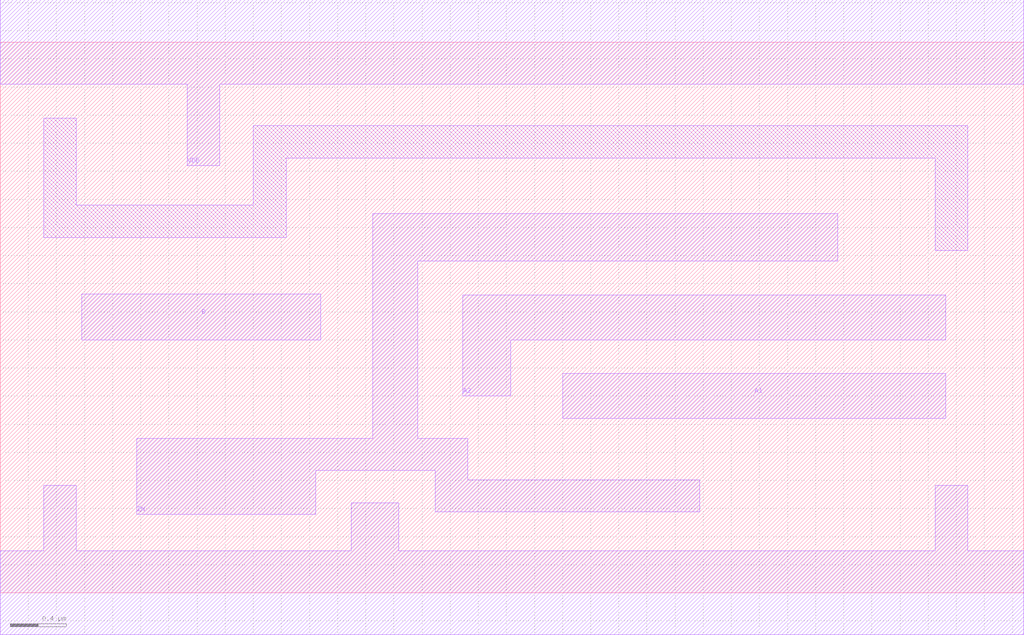
<source format=lef>
# Copyright 2022 GlobalFoundries PDK Authors
#
# Licensed under the Apache License, Version 2.0 (the "License");
# you may not use this file except in compliance with the License.
# You may obtain a copy of the License at
#
#      http://www.apache.org/licenses/LICENSE-2.0
#
# Unless required by applicable law or agreed to in writing, software
# distributed under the License is distributed on an "AS IS" BASIS,
# WITHOUT WARRANTIES OR CONDITIONS OF ANY KIND, either express or implied.
# See the License for the specific language governing permissions and
# limitations under the License.

MACRO gf180mcu_fd_sc_mcu7t5v0__aoi21_2
  CLASS core ;
  FOREIGN gf180mcu_fd_sc_mcu7t5v0__aoi21_2 0.0 0.0 ;
  ORIGIN 0 0 ;
  SYMMETRY X Y ;
  SITE GF018hv5v_mcu_sc7 ;
  SIZE 7.28 BY 3.92 ;
  PIN A1
    DIRECTION INPUT ;
    ANTENNAGATEAREA 2.145 ;
    PORT
      LAYER METAL1 ;
        POLYGON 4 1.24 6.725 1.24 6.725 1.56 4 1.56  ;
    END
  END A1
  PIN A2
    DIRECTION INPUT ;
    ANTENNAGATEAREA 2.145 ;
    PORT
      LAYER METAL1 ;
        POLYGON 3.29 1.4 3.63 1.4 3.63 1.8 6.725 1.8 6.725 2.12 3.29 2.12  ;
    END
  END A2
  PIN B
    DIRECTION INPUT ;
    ANTENNAGATEAREA 1.893 ;
    PORT
      LAYER METAL1 ;
        POLYGON 0.58 1.8 2.28 1.8 2.28 2.125 0.58 2.125  ;
    END
  END B
  PIN ZN
    DIRECTION OUTPUT ;
    ANTENNADIFFAREA 2.0819 ;
    PORT
      LAYER METAL1 ;
        POLYGON 2.97 2.36 5.955 2.36 5.955 2.7 2.65 2.7 2.65 1.1 0.97 1.1 0.97 0.56 2.245 0.56 2.245 0.87 3.095 0.87 3.095 0.575 4.975 0.575 4.975 0.805 3.325 0.805 3.325 1.1 2.97 1.1  ;
    END
  END ZN
  PIN VDD
    DIRECTION INOUT ;
    USE power ;
    SHAPE ABUTMENT ;
    PORT
      LAYER METAL1 ;
        POLYGON 0 3.62 1.33 3.62 1.33 3.04 1.56 3.04 1.56 3.62 6.88 3.62 7.28 3.62 7.28 4.22 6.88 4.22 0 4.22  ;
    END
  END VDD
  PIN VSS
    DIRECTION INOUT ;
    USE ground ;
    SHAPE ABUTMENT ;
    PORT
      LAYER METAL1 ;
        POLYGON 0 -0.3 7.28 -0.3 7.28 0.3 6.88 0.3 6.88 0.765 6.65 0.765 6.65 0.3 2.835 0.3 2.835 0.64 2.495 0.64 2.495 0.3 0.54 0.3 0.54 0.765 0.31 0.765 0.31 0.3 0 0.3  ;
    END
  END VSS
  OBS
      LAYER METAL1 ;
        POLYGON 0.31 2.53 2.035 2.53 2.035 3.095 6.65 3.095 6.65 2.435 6.88 2.435 6.88 3.325 1.8 3.325 1.8 2.76 0.54 2.76 0.54 3.38 0.31 3.38  ;
  END
END gf180mcu_fd_sc_mcu7t5v0__aoi21_2

</source>
